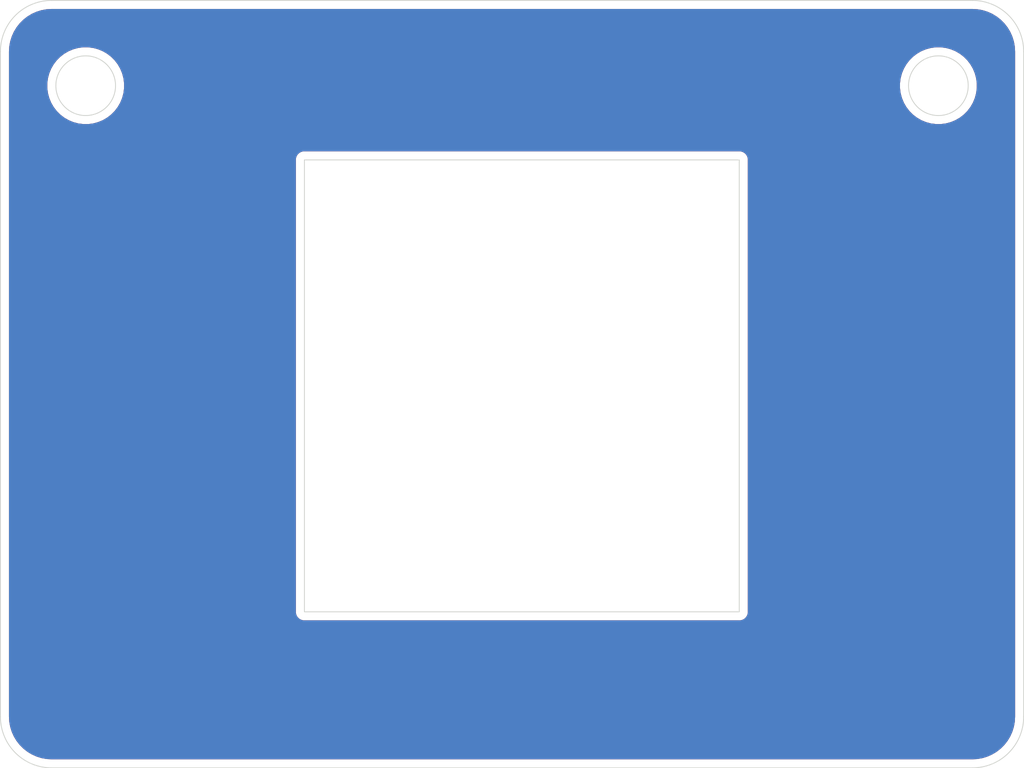
<source format=kicad_pcb>
(kicad_pcb
	(version 20241229)
	(generator "pcbnew")
	(generator_version "9.0")
	(general
		(thickness 1.6)
		(legacy_teardrops no)
	)
	(paper "A4")
	(layers
		(0 "F.Cu" signal)
		(2 "B.Cu" signal)
		(9 "F.Adhes" user "F.Adhesive")
		(11 "B.Adhes" user "B.Adhesive")
		(13 "F.Paste" user)
		(15 "B.Paste" user)
		(5 "F.SilkS" user "F.Silkscreen")
		(7 "B.SilkS" user "B.Silkscreen")
		(1 "F.Mask" user)
		(3 "B.Mask" user)
		(17 "Dwgs.User" user "User.Drawings")
		(19 "Cmts.User" user "User.Comments")
		(21 "Eco1.User" user "User.Eco1")
		(23 "Eco2.User" user "User.Eco2")
		(25 "Edge.Cuts" user)
		(27 "Margin" user)
		(31 "F.CrtYd" user "F.Courtyard")
		(29 "B.CrtYd" user "B.Courtyard")
		(35 "F.Fab" user)
		(33 "B.Fab" user)
		(39 "User.1" user)
		(41 "User.2" user)
		(43 "User.3" user)
		(45 "User.4" user)
	)
	(setup
		(pad_to_mask_clearance 0)
		(allow_soldermask_bridges_in_footprints no)
		(tenting front back)
		(pcbplotparams
			(layerselection 0x00000000_00000000_55555555_5755f5ff)
			(plot_on_all_layers_selection 0x00000000_00000000_00000000_00000000)
			(disableapertmacros no)
			(usegerberextensions no)
			(usegerberattributes yes)
			(usegerberadvancedattributes yes)
			(creategerberjobfile yes)
			(dashed_line_dash_ratio 12.000000)
			(dashed_line_gap_ratio 3.000000)
			(svgprecision 4)
			(plotframeref no)
			(mode 1)
			(useauxorigin no)
			(hpglpennumber 1)
			(hpglpenspeed 20)
			(hpglpendiameter 15.000000)
			(pdf_front_fp_property_popups yes)
			(pdf_back_fp_property_popups yes)
			(pdf_metadata yes)
			(pdf_single_document no)
			(dxfpolygonmode yes)
			(dxfimperialunits yes)
			(dxfusepcbnewfont yes)
			(psnegative no)
			(psa4output no)
			(plot_black_and_white yes)
			(sketchpadsonfab no)
			(plotpadnumbers no)
			(hidednponfab no)
			(sketchdnponfab yes)
			(crossoutdnponfab yes)
			(subtractmaskfromsilk no)
			(outputformat 1)
			(mirror no)
			(drillshape 1)
			(scaleselection 1)
			(outputdirectory "")
		)
	)
	(net 0 "")
	(gr_line
		(start 125 117)
		(end 125 78)
		(stroke
			(width 0.05)
			(type solid)
		)
		(layer "Edge.Cuts")
		(uuid "0958e735-4aa3-45cc-9354-3d1645b374da")
	)
	(gr_circle
		(center 130 80)
		(end 131.75 80)
		(stroke
			(width 0.05)
			(type solid)
		)
		(fill no)
		(layer "Edge.Cuts")
		(uuid "1b9c8336-217a-40d1-a95b-f5fcadd35a2c")
	)
	(gr_arc
		(start 125 78)
		(mid 125.87868 75.87868)
		(end 128 75)
		(stroke
			(width 0.05)
			(type default)
		)
		(layer "Edge.Cuts")
		(uuid "4e2c6113-9f4a-4109-b30a-19eccb1070ae")
	)
	(gr_arc
		(start 185 117)
		(mid 184.12132 119.12132)
		(end 182 120)
		(stroke
			(width 0.05)
			(type default)
		)
		(layer "Edge.Cuts")
		(uuid "507db390-490f-49e9-a9da-70f0a7afe011")
	)
	(gr_line
		(start 128 75)
		(end 182 75)
		(stroke
			(width 0.05)
			(type default)
		)
		(layer "Edge.Cuts")
		(uuid "5151948f-5682-4822-a124-6500bef8cab5")
	)
	(gr_arc
		(start 128 120)
		(mid 125.87868 119.12132)
		(end 125 117)
		(stroke
			(width 0.05)
			(type default)
		)
		(layer "Edge.Cuts")
		(uuid "5781b5ff-1989-4b62-a329-cf88fb69e7f7")
	)
	(gr_line
		(start 182 120)
		(end 128 120)
		(stroke
			(width 0.05)
			(type solid)
		)
		(layer "Edge.Cuts")
		(uuid "7de9a687-06db-436d-b2f4-5be196642ea9")
	)
	(gr_arc
		(start 182 75)
		(mid 184.12132 75.87868)
		(end 185 78)
		(stroke
			(width 0.05)
			(type default)
		)
		(layer "Edge.Cuts")
		(uuid "8133839d-f7af-442e-bc73-1e9f1b6d9c5d")
	)
	(gr_circle
		(center 180 80)
		(end 181.75 80)
		(stroke
			(width 0.05)
			(type solid)
		)
		(fill no)
		(layer "Edge.Cuts")
		(uuid "b4087ee0-4f85-4e62-9cbc-a65e2b67f165")
	)
	(gr_rect
		(start 142.825 84.35)
		(end 168.325 110.85)
		(stroke
			(width 0.05)
			(type solid)
		)
		(fill no)
		(layer "Edge.Cuts")
		(uuid "dceccb3e-7d14-4760-a154-e2e4ada3759a")
	)
	(gr_line
		(start 185 78)
		(end 185 117)
		(stroke
			(width 0.05)
			(type solid)
		)
		(layer "Edge.Cuts")
		(uuid "f5005ae5-7185-4cd8-a0c9-f335c96e6a1a")
	)
	(zone
		(net 0)
		(net_name "")
		(layers "F.Cu" "B.Cu")
		(uuid "9854788e-3501-43f7-b2b5-47986bad7f86")
		(hatch edge 0.5)
		(connect_pads
			(clearance 0.5)
		)
		(min_thickness 0.25)
		(filled_areas_thickness no)
		(fill yes
			(thermal_gap 0.5)
			(thermal_bridge_width 0.5)
			(island_removal_mode 1)
			(island_area_min 10)
		)
		(polygon
			(pts
				(xy 125 75) (xy 125 120) (xy 185 120) (xy 185 75)
			)
		)
		(filled_polygon
			(layer "F.Cu")
			(island)
			(pts
				(xy 182.003736 75.500726) (xy 182.293796 75.518271) (xy 182.308659 75.520076) (xy 182.590798 75.57178)
				(xy 182.605335 75.575363) (xy 182.879172 75.660695) (xy 182.893163 75.666) (xy 183.154743 75.783727)
				(xy 183.167989 75.79068) (xy 183.413465 75.939075) (xy 183.425776 75.947573) (xy 183.651573 76.124473)
				(xy 183.662781 76.134403) (xy 183.865596 76.337218) (xy 183.875526 76.348426) (xy 183.995481 76.501538)
				(xy 184.052422 76.574217) (xy 184.060928 76.58654) (xy 184.209316 76.832004) (xy 184.216275 76.845263)
				(xy 184.333997 77.106831) (xy 184.339306 77.120832) (xy 184.424635 77.394663) (xy 184.428219 77.409201)
				(xy 184.479923 77.69134) (xy 184.481728 77.706205) (xy 184.499274 77.996263) (xy 184.4995 78.00375)
				(xy 184.4995 116.996249) (xy 184.499274 117.003736) (xy 184.481728 117.293794) (xy 184.479923 117.308659)
				(xy 184.428219 117.590798) (xy 184.424635 117.605336) (xy 184.339306 117.879167) (xy 184.333997 117.893168)
				(xy 184.216275 118.154736) (xy 184.209316 118.167995) (xy 184.060928 118.413459) (xy 184.052422 118.425782)
				(xy 183.875526 118.651573) (xy 183.865596 118.662781) (xy 183.662781 118.865596) (xy 183.651573 118.875526)
				(xy 183.425782 119.052422) (xy 183.413459 119.060928) (xy 183.167995 119.209316) (xy 183.154736 119.216275)
				(xy 182.893168 119.333997) (xy 182.879167 119.339306) (xy 182.605336 119.424635) (xy 182.590798 119.428219)
				(xy 182.308659 119.479923) (xy 182.293794 119.481728) (xy 182.003736 119.499274) (xy 181.996249 119.4995)
				(xy 128.003751 119.4995) (xy 127.996264 119.499274) (xy 127.706205 119.481728) (xy 127.69134 119.479923)
				(xy 127.409201 119.428219) (xy 127.394663 119.424635) (xy 127.120832 119.339306) (xy 127.106831 119.333997)
				(xy 126.845263 119.216275) (xy 126.832004 119.209316) (xy 126.58654 119.060928) (xy 126.574217 119.052422)
				(xy 126.348426 118.875526) (xy 126.337218 118.865596) (xy 126.134403 118.662781) (xy 126.124473 118.651573)
				(xy 125.947573 118.425776) (xy 125.939075 118.413465) (xy 125.79068 118.167989) (xy 125.783727 118.154743)
				(xy 125.666 117.893163) (xy 125.660693 117.879167) (xy 125.575364 117.605336) (xy 125.57178 117.590798)
				(xy 125.520076 117.308659) (xy 125.518271 117.293794) (xy 125.500726 117.003736) (xy 125.5005 116.996249)
				(xy 125.5005 84.284108) (xy 142.3245 84.284108) (xy 142.3245 110.915891) (xy 142.358608 111.043187)
				(xy 142.391554 111.10025) (xy 142.4245 111.157314) (xy 142.517686 111.2505) (xy 142.631814 111.316392)
				(xy 142.759108 111.3505) (xy 142.75911 111.3505) (xy 168.39089 111.3505) (xy 168.390892 111.3505)
				(xy 168.518186 111.316392) (xy 168.632314 111.2505) (xy 168.7255 111.157314) (xy 168.791392 111.043186)
				(xy 168.8255 110.915892) (xy 168.8255 84.284108) (xy 168.791392 84.156814) (xy 168.7255 84.042686)
				(xy 168.632314 83.9495) (xy 168.57525 83.916554) (xy 168.518187 83.883608) (xy 168.454539 83.866554)
				(xy 168.390892 83.8495) (xy 142.890892 83.8495) (xy 142.759108 83.8495) (xy 142.631812 83.883608)
				(xy 142.517686 83.9495) (xy 142.517683 83.949502) (xy 142.424502 84.042683) (xy 142.4245 84.042686)
				(xy 142.358608 84.156812) (xy 142.3245 84.284108) (xy 125.5005 84.284108) (xy 125.5005 79.852486)
				(xy 127.7495 79.852486) (xy 127.7495 80.147513) (xy 127.768482 80.29169) (xy 127.788007 80.439993)
				(xy 127.788008 80.439995) (xy 127.864361 80.724951) (xy 127.864364 80.724961) (xy 127.977254 80.9975)
				(xy 127.977258 80.99751) (xy 128.124761 81.252993) (xy 128.304352 81.48704) (xy 128.304358 81.487047)
				(xy 128.512952 81.695641) (xy 128.512959 81.695647) (xy 128.747006 81.875238) (xy 129.002489 82.022741)
				(xy 129.00249 82.022741) (xy 129.002493 82.022743) (xy 129.275048 82.135639) (xy 129.560007 82.211993)
				(xy 129.852494 82.2505) (xy 129.852501 82.2505) (xy 130.147499 82.2505) (xy 130.147506 82.2505)
				(xy 130.439993 82.211993) (xy 130.724952 82.135639) (xy 130.997507 82.022743) (xy 131.252994 81.875238)
				(xy 131.487042 81.695646) (xy 131.695646 81.487042) (xy 131.875238 81.252994) (xy 132.022743 80.997507)
				(xy 132.135639 80.724952) (xy 132.211993 80.439993) (xy 132.2505 80.147506) (xy 132.2505 79.852494)
				(xy 132.250499 79.852486) (xy 177.7495 79.852486) (xy 177.7495 80.147513) (xy 177.768482 80.29169)
				(xy 177.788007 80.439993) (xy 177.788008 80.439995) (xy 177.864361 80.724951) (xy 177.864364 80.724961)
				(xy 177.977254 80.9975) (xy 177.977258 80.99751) (xy 178.124761 81.252993) (xy 178.304352 81.48704)
				(xy 178.304358 81.487047) (xy 178.512952 81.695641) (xy 178.512959 81.695647) (xy 178.747006 81.875238)
				(xy 179.002489 82.022741) (xy 179.00249 82.022741) (xy 179.002493 82.022743) (xy 179.275048 82.135639)
				(xy 179.560007 82.211993) (xy 179.852494 82.2505) (xy 179.852501 82.2505) (xy 180.147499 82.2505)
				(xy 180.147506 82.2505) (xy 180.439993 82.211993) (xy 180.724952 82.135639) (xy 180.997507 82.022743)
				(xy 181.252994 81.875238) (xy 181.487042 81.695646) (xy 181.695646 81.487042) (xy 181.875238 81.252994)
				(xy 182.022743 80.997507) (xy 182.135639 80.724952) (xy 182.211993 80.439993) (xy 182.2505 80.147506)
				(xy 182.2505 79.852494) (xy 182.211993 79.560007) (xy 182.135639 79.275048) (xy 182.022743 79.002493)
				(xy 181.875238 78.747006) (xy 181.695646 78.512958) (xy 181.695641 78.512952) (xy 181.487047 78.304358)
				(xy 181.48704 78.304352) (xy 181.252993 78.124761) (xy 180.99751 77.977258) (xy 180.9975 77.977254)
				(xy 180.724961 77.864364) (xy 180.724954 77.864362) (xy 180.724952 77.864361) (xy 180.439993 77.788007)
				(xy 180.391113 77.781571) (xy 180.147513 77.7495) (xy 180.147506 77.7495) (xy 179.852494 77.7495)
				(xy 179.852486 77.7495) (xy 179.574085 77.786153) (xy 179.560007 77.788007) (xy 179.275048 77.864361)
				(xy 179.275038 77.864364) (xy 179.002499 77.977254) (xy 179.002489 77.977258) (xy 178.747006 78.124761)
				(xy 178.512959 78.304352) (xy 178.512952 78.304358) (xy 178.304358 78.512952) (xy 178.304352 78.512959)
				(xy 178.124761 78.747006) (xy 177.977258 79.002489) (xy 177.977254 79.002499) (xy 177.864364 79.275038)
				(xy 177.864361 79.275048) (xy 177.788008 79.560004) (xy 177.788006 79.560015) (xy 177.7495 79.852486)
				(xy 132.250499 79.852486) (xy 132.211993 79.560007) (xy 132.135639 79.275048) (xy 132.022743 79.002493)
				(xy 131.875238 78.747006) (xy 131.695646 78.512958) (xy 131.695641 78.512952) (xy 131.487047 78.304358)
				(xy 131.48704 78.304352) (xy 131.252993 78.124761) (xy 130.99751 77.977258) (xy 130.9975 77.977254)
				(xy 130.724961 77.864364) (xy 130.724954 77.864362) (xy 130.724952 77.864361) (xy 130.439993 77.788007)
				(xy 130.391113 77.781571) (xy 130.147513 77.7495) (xy 130.147506 77.7495) (xy 129.852494 77.7495)
				(xy 129.852486 77.7495) (xy 129.574085 77.786153) (xy 129.560007 77.788007) (xy 129.275048 77.864361)
				(xy 129.275038 77.864364) (xy 129.002499 77.977254) (xy 129.002489 77.977258) (xy 128.747006 78.124761)
				(xy 128.512959 78.304352) (xy 128.512952 78.304358) (xy 128.304358 78.512952) (xy 128.304352 78.512959)
				(xy 128.124761 78.747006) (xy 127.977258 79.002489) (xy 127.977254 79.002499) (xy 127.864364 79.275038)
				(xy 127.864361 79.275048) (xy 127.788008 79.560004) (xy 127.788006 79.560015) (xy 127.7495 79.852486)
				(xy 125.5005 79.852486) (xy 125.5005 78.00375) (xy 125.500726 77.996263) (xy 125.508704 77.864364)
				(xy 125.518271 77.706201) (xy 125.520076 77.69134) (xy 125.57178 77.409201) (xy 125.575364 77.394663)
				(xy 125.652096 77.148422) (xy 125.660696 77.120822) (xy 125.665998 77.106841) (xy 125.783731 76.845249)
				(xy 125.790676 76.832016) (xy 125.93908 76.586526) (xy 125.947567 76.57423) (xy 126.12448 76.348417)
				(xy 126.134395 76.337226) (xy 126.337226 76.134395) (xy 126.348417 76.12448) (xy 126.57423 75.947567)
				(xy 126.586526 75.93908) (xy 126.832016 75.790676) (xy 126.845249 75.783731) (xy 127.106841 75.665998)
				(xy 127.120822 75.660696) (xy 127.394668 75.575362) (xy 127.409197 75.57178) (xy 127.691344 75.520075)
				(xy 127.706201 75.518271) (xy 127.996264 75.500726) (xy 128.003751 75.5005) (xy 128.065892 75.5005)
				(xy 181.934108 75.5005) (xy 181.996249 75.5005)
			)
		)
		(filled_polygon
			(layer "B.Cu")
			(island)
			(pts
				(xy 182.003736 75.500726) (xy 182.293796 75.518271) (xy 182.308659 75.520076) (xy 182.590798 75.57178)
				(xy 182.605335 75.575363) (xy 182.879172 75.660695) (xy 182.893163 75.666) (xy 183.154743 75.783727)
				(xy 183.167989 75.79068) (xy 183.413465 75.939075) (xy 183.425776 75.947573) (xy 183.651573 76.124473)
				(xy 183.662781 76.134403) (xy 183.865596 76.337218) (xy 183.875526 76.348426) (xy 183.995481 76.501538)
				(xy 184.052422 76.574217) (xy 184.060928 76.58654) (xy 184.209316 76.832004) (xy 184.216275 76.845263)
				(xy 184.333997 77.106831) (xy 184.339306 77.120832) (xy 184.424635 77.394663) (xy 184.428219 77.409201)
				(xy 184.479923 77.69134) (xy 184.481728 77.706205) (xy 184.499274 77.996263) (xy 184.4995 78.00375)
				(xy 184.4995 116.996249) (xy 184.499274 117.003736) (xy 184.481728 117.293794) (xy 184.479923 117.308659)
				(xy 184.428219 117.590798) (xy 184.424635 117.605336) (xy 184.339306 117.879167) (xy 184.333997 117.893168)
				(xy 184.216275 118.154736) (xy 184.209316 118.167995) (xy 184.060928 118.413459) (xy 184.052422 118.425782)
				(xy 183.875526 118.651573) (xy 183.865596 118.662781) (xy 183.662781 118.865596) (xy 183.651573 118.875526)
				(xy 183.425782 119.052422) (xy 183.413459 119.060928) (xy 183.167995 119.209316) (xy 183.154736 119.216275)
				(xy 182.893168 119.333997) (xy 182.879167 119.339306) (xy 182.605336 119.424635) (xy 182.590798 119.428219)
				(xy 182.308659 119.479923) (xy 182.293794 119.481728) (xy 182.003736 119.499274) (xy 181.996249 119.4995)
				(xy 128.003751 119.4995) (xy 127.996264 119.499274) (xy 127.706205 119.481728) (xy 127.69134 119.479923)
				(xy 127.409201 119.428219) (xy 127.394663 119.424635) (xy 127.120832 119.339306) (xy 127.106831 119.333997)
				(xy 126.845263 119.216275) (xy 126.832004 119.209316) (xy 126.58654 119.060928) (xy 126.574217 119.052422)
				(xy 126.348426 118.875526) (xy 126.337218 118.865596) (xy 126.134403 118.662781) (xy 126.124473 118.651573)
				(xy 125.947573 118.425776) (xy 125.939075 118.413465) (xy 125.79068 118.167989) (xy 125.783727 118.154743)
				(xy 125.666 117.893163) (xy 125.660693 117.879167) (xy 125.575364 117.605336) (xy 125.57178 117.590798)
				(xy 125.520076 117.308659) (xy 125.518271 117.293794) (xy 125.500726 117.003736) (xy 125.5005 116.996249)
				(xy 125.5005 84.284108) (xy 142.3245 84.284108) (xy 142.3245 110.915891) (xy 142.358608 111.043187)
				(xy 142.391554 111.10025) (xy 142.4245 111.157314) (xy 142.517686 111.2505) (xy 142.631814 111.316392)
				(xy 142.759108 111.3505) (xy 142.75911 111.3505) (xy 168.39089 111.3505) (xy 168.390892 111.3505)
				(xy 168.518186 111.316392) (xy 168.632314 111.2505) (xy 168.7255 111.157314) (xy 168.791392 111.043186)
				(xy 168.8255 110.915892) (xy 168.8255 84.284108) (xy 168.791392 84.156814) (xy 168.7255 84.042686)
				(xy 168.632314 83.9495) (xy 168.57525 83.916554) (xy 168.518187 83.883608) (xy 168.454539 83.866554)
				(xy 168.390892 83.8495) (xy 142.890892 83.8495) (xy 142.759108 83.8495) (xy 142.631812 83.883608)
				(xy 142.517686 83.9495) (xy 142.517683 83.949502) (xy 142.424502 84.042683) (xy 142.4245 84.042686)
				(xy 142.358608 84.156812) (xy 142.3245 84.284108) (xy 125.5005 84.284108) (xy 125.5005 79.852486)
				(xy 127.7495 79.852486) (xy 127.7495 80.147513) (xy 127.768482 80.29169) (xy 127.788007 80.439993)
				(xy 127.788008 80.439995) (xy 127.864361 80.724951) (xy 127.864364 80.724961) (xy 127.977254 80.9975)
				(xy 127.977258 80.99751) (xy 128.124761 81.252993) (xy 128.304352 81.48704) (xy 128.304358 81.487047)
				(xy 128.512952 81.695641) (xy 128.512959 81.695647) (xy 128.747006 81.875238) (xy 129.002489 82.022741)
				(xy 129.00249 82.022741) (xy 129.002493 82.022743) (xy 129.275048 82.135639) (xy 129.560007 82.211993)
				(xy 129.852494 82.2505) (xy 129.852501 82.2505) (xy 130.147499 82.2505) (xy 130.147506 82.2505)
				(xy 130.439993 82.211993) (xy 130.724952 82.135639) (xy 130.997507 82.022743) (xy 131.252994 81.875238)
				(xy 131.487042 81.695646) (xy 131.695646 81.487042) (xy 131.875238 81.252994) (xy 132.022743 80.997507)
				(xy 132.135639 80.724952) (xy 132.211993 80.439993) (xy 132.2505 80.147506) (xy 132.2505 79.852494)
				(xy 132.250499 79.852486) (xy 177.7495 79.852486) (xy 177.7495 80.147513) (xy 177.768482 80.29169)
				(xy 177.788007 80.439993) (xy 177.788008 80.439995) (xy 177.864361 80.724951) (xy 177.864364 80.724961)
				(xy 177.977254 80.9975) (xy 177.977258 80.99751) (xy 178.124761 81.252993) (xy 178.304352 81.48704)
				(xy 178.304358 81.487047) (xy 178.512952 81.695641) (xy 178.512959 81.695647) (xy 178.747006 81.875238)
				(xy 179.002489 82.022741) (xy 179.00249 82.022741) (xy 179.002493 82.022743) (xy 179.275048 82.135639)
				(xy 179.560007 82.211993) (xy 179.852494 82.2505) (xy 179.852501 82.2505) (xy 180.147499 82.2505)
				(xy 180.147506 82.2505) (xy 180.439993 82.211993) (xy 180.724952 82.135639) (xy 180.997507 82.022743)
				(xy 181.252994 81.875238) (xy 181.487042 81.695646) (xy 181.695646 81.487042) (xy 181.875238 81.252994)
				(xy 182.022743 80.997507) (xy 182.135639 80.724952) (xy 182.211993 80.439993) (xy 182.2505 80.147506)
				(xy 182.2505 79.852494) (xy 182.211993 79.560007) (xy 182.135639 79.275048) (xy 182.022743 79.002493)
				(xy 181.875238 78.747006) (xy 181.695646 78.512958) (xy 181.695641 78.512952) (xy 181.487047 78.304358)
				(xy 181.48704 78.304352) (xy 181.252993 78.124761) (xy 180.99751 77.977258) (xy 180.9975 77.977254)
				(xy 180.724961 77.864364) (xy 180.724954 77.864362) (xy 180.724952 77.864361) (xy 180.439993 77.788007)
				(xy 180.391113 77.781571) (xy 180.147513 77.7495) (xy 180.147506 77.7495) (xy 179.852494 77.7495)
				(xy 179.852486 77.7495) (xy 179.574085 77.786153) (xy 179.560007 77.788007) (xy 179.275048 77.864361)
				(xy 179.275038 77.864364) (xy 179.002499 77.977254) (xy 179.002489 77.977258) (xy 178.747006 78.124761)
				(xy 178.512959 78.304352) (xy 178.512952 78.304358) (xy 178.304358 78.512952) (xy 178.304352 78.512959)
				(xy 178.124761 78.747006) (xy 177.977258 79.002489) (xy 177.977254 79.002499) (xy 177.864364 79.275038)
				(xy 177.864361 79.275048) (xy 177.788008 79.560004) (xy 177.788006 79.560015) (xy 177.7495 79.852486)
				(xy 132.250499 79.852486) (xy 132.211993 79.560007) (xy 132.135639 79.275048) (xy 132.022743 79.002493)
				(xy 131.875238 78.747006) (xy 131.695646 78.512958) (xy 131.695641 78.512952) (xy 131.487047 78.304358)
				(xy 131.48704 78.304352) (xy 131.252993 78.124761) (xy 130.99751 77.977258) (xy 130.9975 77.977254)
				(xy 130.724961 77.864364) (xy 130.724954 77.864362) (xy 130.724952 77.864361) (xy 130.439993 77.788007)
				(xy 130.391113 77.781571) (xy 130.147513 77.7495) (xy 130.147506 77.7495) (xy 129.852494 77.7495)
				(xy 129.852486 77.7495) (xy 129.574085 77.786153) (xy 129.560007 77.788007) (xy 129.275048 77.864361)
				(xy 129.275038 77.864364) (xy 129.002499 77.977254) (xy 129.002489 77.977258) (xy 128.747006 78.124761)
				(xy 128.512959 78.304352) (xy 128.512952 78.304358) (xy 128.304358 78.512952) (xy 128.304352 78.512959)
				(xy 128.124761 78.747006) (xy 127.977258 79.002489) (xy 127.977254 79.002499) (xy 127.864364 79.275038)
				(xy 127.864361 79.275048) (xy 127.788008 79.560004) (xy 127.788006 79.560015) (xy 127.7495 79.852486)
				(xy 125.5005 79.852486) (xy 125.5005 78.00375) (xy 125.500726 77.996263) (xy 125.508704 77.864364)
				(xy 125.518271 77.706201) (xy 125.520076 77.69134) (xy 125.57178 77.409201) (xy 125.575364 77.394663)
				(xy 125.652096 77.148422) (xy 125.660696 77.120822) (xy 125.665998 77.106841) (xy 125.783731 76.845249)
				(xy 125.790676 76.832016) (xy 125.93908 76.586526) (xy 125.947567 76.57423) (xy 126.12448 76.348417)
				(xy 126.134395 76.337226) (xy 126.337226 76.134395) (xy 126.348417 76.12448) (xy 126.57423 75.947567)
				(xy 126.586526 75.93908) (xy 126.832016 75.790676) (xy 126.845249 75.783731) (xy 127.106841 75.665998)
				(xy 127.120822 75.660696) (xy 127.394668 75.575362) (xy 127.409197 75.57178) (xy 127.691344 75.520075)
				(xy 127.706201 75.518271) (xy 127.996264 75.500726) (xy 128.003751 75.5005) (xy 128.065892 75.5005)
				(xy 181.934108 75.5005) (xy 181.996249 75.5005)
			)
		)
	)
	(embedded_fonts no)
)

</source>
